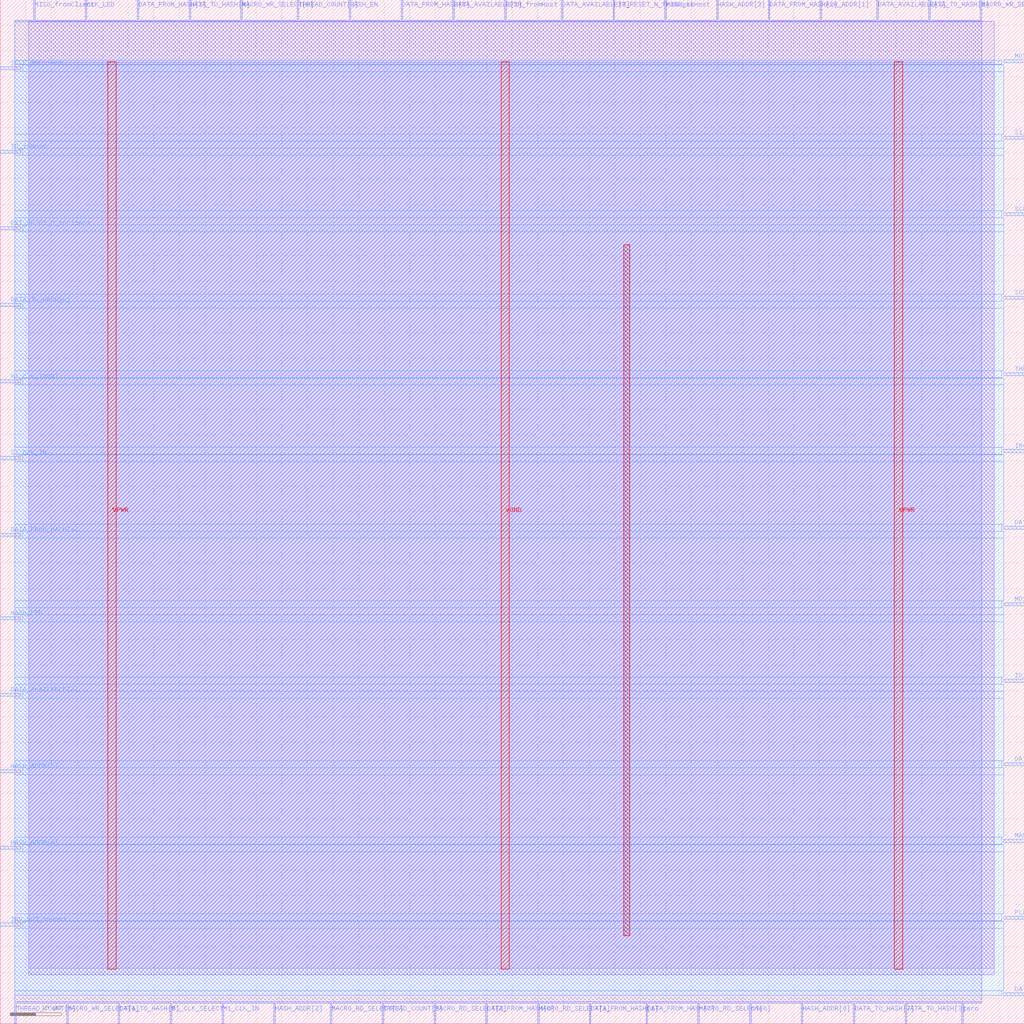
<source format=lef>
VERSION 5.7 ;
  NOWIREEXTENSIONATPIN ON ;
  DIVIDERCHAR "/" ;
  BUSBITCHARS "[]" ;
MACRO decred_controller
  CLASS BLOCK ;
  FOREIGN decred_controller ;
  ORIGIN 0.000 0.000 ;
  SIZE 200.000 BY 200.000 ;
  PIN CLK_LED
    DIRECTION OUTPUT TRISTATE ;
    USE SIGNAL ;
    PORT
      LAYER met2 ;
        RECT 16.650 196.000 16.930 200.000 ;
    END
  END CLK_LED
  PIN DATA_AVAILABLE[0]
    DIRECTION INPUT ;
    USE SIGNAL ;
    PORT
      LAYER met2 ;
        RECT 109.570 196.000 109.850 200.000 ;
    END
  END DATA_AVAILABLE[0]
  PIN DATA_AVAILABLE[1]
    DIRECTION INPUT ;
    USE SIGNAL ;
    PORT
      LAYER met2 ;
        RECT 88.410 196.000 88.690 200.000 ;
    END
  END DATA_AVAILABLE[1]
  PIN DATA_AVAILABLE[2]
    DIRECTION INPUT ;
    USE SIGNAL ;
    PORT
      LAYER met3 ;
        RECT 0.000 63.960 4.000 64.560 ;
    END
  END DATA_AVAILABLE[2]
  PIN DATA_AVAILABLE[3]
    DIRECTION INPUT ;
    USE SIGNAL ;
    PORT
      LAYER met2 ;
        RECT 171.210 196.000 171.490 200.000 ;
    END
  END DATA_AVAILABLE[3]
  PIN DATA_FROM_HASH[0]
    DIRECTION INPUT ;
    USE SIGNAL ;
    PORT
      LAYER met2 ;
        RECT 94.850 0.000 95.130 4.000 ;
    END
  END DATA_FROM_HASH[0]
  PIN DATA_FROM_HASH[1]
    DIRECTION INPUT ;
    USE SIGNAL ;
    PORT
      LAYER met2 ;
        RECT 115.090 0.000 115.370 4.000 ;
    END
  END DATA_FROM_HASH[1]
  PIN DATA_FROM_HASH[2]
    DIRECTION INPUT ;
    USE SIGNAL ;
    PORT
      LAYER met2 ;
        RECT 150.050 196.000 150.330 200.000 ;
    END
  END DATA_FROM_HASH[2]
  PIN DATA_FROM_HASH[3]
    DIRECTION INPUT ;
    USE SIGNAL ;
    PORT
      LAYER met2 ;
        RECT 26.770 196.000 27.050 200.000 ;
    END
  END DATA_FROM_HASH[3]
  PIN DATA_FROM_HASH[4]
    DIRECTION INPUT ;
    USE SIGNAL ;
    PORT
      LAYER met3 ;
        RECT 0.000 95.240 4.000 95.840 ;
    END
  END DATA_FROM_HASH[4]
  PIN DATA_FROM_HASH[5]
    DIRECTION INPUT ;
    USE SIGNAL ;
    PORT
      LAYER met3 ;
        RECT 196.000 50.360 200.000 50.960 ;
    END
  END DATA_FROM_HASH[5]
  PIN DATA_FROM_HASH[6]
    DIRECTION INPUT ;
    USE SIGNAL ;
    PORT
      LAYER met2 ;
        RECT 78.290 196.000 78.570 200.000 ;
    END
  END DATA_FROM_HASH[6]
  PIN DATA_FROM_HASH[7]
    DIRECTION INPUT ;
    USE SIGNAL ;
    PORT
      LAYER met2 ;
        RECT 126.130 0.000 126.410 4.000 ;
    END
  END DATA_FROM_HASH[7]
  PIN DATA_TO_HASH[0]
    DIRECTION OUTPUT TRISTATE ;
    USE SIGNAL ;
    PORT
      LAYER met3 ;
        RECT 0.000 140.120 4.000 140.720 ;
    END
  END DATA_TO_HASH[0]
  PIN DATA_TO_HASH[1]
    DIRECTION OUTPUT TRISTATE ;
    USE SIGNAL ;
    PORT
      LAYER met2 ;
        RECT 181.330 196.000 181.610 200.000 ;
    END
  END DATA_TO_HASH[1]
  PIN DATA_TO_HASH[2]
    DIRECTION OUTPUT TRISTATE ;
    USE SIGNAL ;
    PORT
      LAYER met2 ;
        RECT 23.090 0.000 23.370 4.000 ;
    END
  END DATA_TO_HASH[2]
  PIN DATA_TO_HASH[3]
    DIRECTION OUTPUT TRISTATE ;
    USE SIGNAL ;
    PORT
      LAYER met2 ;
        RECT 176.730 0.000 177.010 4.000 ;
    END
  END DATA_TO_HASH[3]
  PIN DATA_TO_HASH[4]
    DIRECTION OUTPUT TRISTATE ;
    USE SIGNAL ;
    PORT
      LAYER met2 ;
        RECT 36.890 196.000 37.170 200.000 ;
    END
  END DATA_TO_HASH[4]
  PIN DATA_TO_HASH[5]
    DIRECTION OUTPUT TRISTATE ;
    USE SIGNAL ;
    PORT
      LAYER met3 ;
        RECT 196.000 5.480 200.000 6.080 ;
    END
  END DATA_TO_HASH[5]
  PIN DATA_TO_HASH[6]
    DIRECTION OUTPUT TRISTATE ;
    USE SIGNAL ;
    PORT
      LAYER met3 ;
        RECT 196.000 96.600 200.000 97.200 ;
    END
  END DATA_TO_HASH[6]
  PIN DATA_TO_HASH[7]
    DIRECTION OUTPUT TRISTATE ;
    USE SIGNAL ;
    PORT
      LAYER met2 ;
        RECT 166.610 0.000 166.890 4.000 ;
    END
  END DATA_TO_HASH[7]
  PIN EXT_RESET_N_fromHost
    DIRECTION INPUT ;
    USE SIGNAL ;
    PORT
      LAYER met2 ;
        RECT 119.690 196.000 119.970 200.000 ;
    END
  END EXT_RESET_N_fromHost
  PIN EXT_RESET_N_toClient
    DIRECTION OUTPUT TRISTATE ;
    USE SIGNAL ;
    PORT
      LAYER met3 ;
        RECT 0.000 155.080 4.000 155.680 ;
    END
  END EXT_RESET_N_toClient
  PIN HASH_ADDR[0]
    DIRECTION OUTPUT TRISTATE ;
    USE SIGNAL ;
    PORT
      LAYER met2 ;
        RECT 156.490 0.000 156.770 4.000 ;
    END
  END HASH_ADDR[0]
  PIN HASH_ADDR[1]
    DIRECTION OUTPUT TRISTATE ;
    USE SIGNAL ;
    PORT
      LAYER met2 ;
        RECT 160.170 196.000 160.450 200.000 ;
    END
  END HASH_ADDR[1]
  PIN HASH_ADDR[2]
    DIRECTION OUTPUT TRISTATE ;
    USE SIGNAL ;
    PORT
      LAYER met2 ;
        RECT 53.450 0.000 53.730 4.000 ;
    END
  END HASH_ADDR[2]
  PIN HASH_ADDR[3]
    DIRECTION OUTPUT TRISTATE ;
    USE SIGNAL ;
    PORT
      LAYER met2 ;
        RECT 139.930 196.000 140.210 200.000 ;
    END
  END HASH_ADDR[3]
  PIN HASH_ADDR[4]
    DIRECTION OUTPUT TRISTATE ;
    USE SIGNAL ;
    PORT
      LAYER met3 ;
        RECT 0.000 34.040 4.000 34.640 ;
    END
  END HASH_ADDR[4]
  PIN HASH_ADDR[5]
    DIRECTION OUTPUT TRISTATE ;
    USE SIGNAL ;
    PORT
      LAYER met3 ;
        RECT 0.000 49.000 4.000 49.600 ;
    END
  END HASH_ADDR[5]
  PIN HASH_EN
    DIRECTION OUTPUT TRISTATE ;
    USE SIGNAL ;
    PORT
      LAYER met2 ;
        RECT 68.170 196.000 68.450 200.000 ;
    END
  END HASH_EN
  PIN HASH_LED
    DIRECTION OUTPUT TRISTATE ;
    USE SIGNAL ;
    PORT
      LAYER met3 ;
        RECT 0.000 78.920 4.000 79.520 ;
    END
  END HASH_LED
  PIN ID_fromClient
    DIRECTION INPUT ;
    USE SIGNAL ;
    PORT
      LAYER met3 ;
        RECT 196.000 66.680 200.000 67.280 ;
    END
  END ID_fromClient
  PIN ID_toHost
    DIRECTION OUTPUT TRISTATE ;
    USE SIGNAL ;
    PORT
      LAYER met3 ;
        RECT 0.000 170.040 4.000 170.640 ;
    END
  END ID_toHost
  PIN IRQ_OUT_fromClient
    DIRECTION INPUT ;
    USE SIGNAL ;
    PORT
      LAYER met3 ;
        RECT 196.000 111.560 200.000 112.160 ;
    END
  END IRQ_OUT_fromClient
  PIN IRQ_OUT_toHost
    DIRECTION OUTPUT TRISTATE ;
    USE SIGNAL ;
    PORT
      LAYER met3 ;
        RECT 0.000 19.080 4.000 19.680 ;
    END
  END IRQ_OUT_toHost
  PIN M1_CLK_IN
    DIRECTION INPUT ;
    USE SIGNAL ;
    PORT
      LAYER met2 ;
        RECT 43.330 0.000 43.610 4.000 ;
    END
  END M1_CLK_IN
  PIN M1_CLK_SELECT
    DIRECTION INPUT ;
    USE SIGNAL ;
    PORT
      LAYER met2 ;
        RECT 33.210 0.000 33.490 4.000 ;
    END
  END M1_CLK_SELECT
  PIN MACRO_RD_SELECT[0]
    DIRECTION OUTPUT TRISTATE ;
    USE SIGNAL ;
    PORT
      LAYER met2 ;
        RECT 136.250 0.000 136.530 4.000 ;
    END
  END MACRO_RD_SELECT[0]
  PIN MACRO_RD_SELECT[1]
    DIRECTION OUTPUT TRISTATE ;
    USE SIGNAL ;
    PORT
      LAYER met2 ;
        RECT 104.970 0.000 105.250 4.000 ;
    END
  END MACRO_RD_SELECT[1]
  PIN MACRO_RD_SELECT[2]
    DIRECTION OUTPUT TRISTATE ;
    USE SIGNAL ;
    PORT
      LAYER met2 ;
        RECT 84.730 0.000 85.010 4.000 ;
    END
  END MACRO_RD_SELECT[2]
  PIN MACRO_RD_SELECT[3]
    DIRECTION OUTPUT TRISTATE ;
    USE SIGNAL ;
    PORT
      LAYER met2 ;
        RECT 64.490 0.000 64.770 4.000 ;
    END
  END MACRO_RD_SELECT[3]
  PIN MACRO_WR_SELECT[0]
    DIRECTION OUTPUT TRISTATE ;
    USE SIGNAL ;
    PORT
      LAYER met2 ;
        RECT 47.010 196.000 47.290 200.000 ;
    END
  END MACRO_WR_SELECT[0]
  PIN MACRO_WR_SELECT[1]
    DIRECTION OUTPUT TRISTATE ;
    USE SIGNAL ;
    PORT
      LAYER met2 ;
        RECT 12.970 0.000 13.250 4.000 ;
    END
  END MACRO_WR_SELECT[1]
  PIN MACRO_WR_SELECT[2]
    DIRECTION OUTPUT TRISTATE ;
    USE SIGNAL ;
    PORT
      LAYER met2 ;
        RECT 191.450 196.000 191.730 200.000 ;
    END
  END MACRO_WR_SELECT[2]
  PIN MACRO_WR_SELECT[3]
    DIRECTION OUTPUT TRISTATE ;
    USE SIGNAL ;
    PORT
      LAYER met3 ;
        RECT 196.000 35.400 200.000 36.000 ;
    END
  END MACRO_WR_SELECT[3]
  PIN MISO_fromClient
    DIRECTION INPUT ;
    USE SIGNAL ;
    PORT
      LAYER met2 ;
        RECT 6.530 196.000 6.810 200.000 ;
    END
  END MISO_fromClient
  PIN MISO_toHost
    DIRECTION OUTPUT TRISTATE ;
    USE SIGNAL ;
    PORT
      LAYER met2 ;
        RECT 129.810 196.000 130.090 200.000 ;
    END
  END MISO_toHost
  PIN MOSI_fromHost
    DIRECTION INPUT ;
    USE SIGNAL ;
    PORT
      LAYER met3 ;
        RECT 196.000 187.720 200.000 188.320 ;
    END
  END MOSI_fromHost
  PIN MOSI_toClient
    DIRECTION OUTPUT TRISTATE ;
    USE SIGNAL ;
    PORT
      LAYER met3 ;
        RECT 196.000 81.640 200.000 82.240 ;
    END
  END MOSI_toClient
  PIN PLL_INPUT
    DIRECTION INPUT ;
    USE SIGNAL ;
    PORT
      LAYER met3 ;
        RECT 196.000 20.440 200.000 21.040 ;
    END
  END PLL_INPUT
  PIN S1_CLK_IN
    DIRECTION INPUT ;
    USE SIGNAL ;
    PORT
      LAYER met3 ;
        RECT 0.000 110.200 4.000 110.800 ;
    END
  END S1_CLK_IN
  PIN S1_CLK_SELECT
    DIRECTION INPUT ;
    USE SIGNAL ;
    PORT
      LAYER met3 ;
        RECT 196.000 172.760 200.000 173.360 ;
    END
  END S1_CLK_SELECT
  PIN SCLK_fromHost
    DIRECTION INPUT ;
    USE SIGNAL ;
    PORT
      LAYER met3 ;
        RECT 196.000 157.800 200.000 158.400 ;
    END
  END SCLK_fromHost
  PIN SCLK_toClient
    DIRECTION OUTPUT TRISTATE ;
    USE SIGNAL ;
    PORT
      LAYER met3 ;
        RECT 0.000 186.360 4.000 186.960 ;
    END
  END SCLK_toClient
  PIN SCSN_fromHost
    DIRECTION INPUT ;
    USE SIGNAL ;
    PORT
      LAYER met2 ;
        RECT 98.530 196.000 98.810 200.000 ;
    END
  END SCSN_fromHost
  PIN SCSN_toClient
    DIRECTION OUTPUT TRISTATE ;
    USE SIGNAL ;
    PORT
      LAYER met3 ;
        RECT 196.000 141.480 200.000 142.080 ;
    END
  END SCSN_toClient
  PIN THREAD_COUNT[0]
    DIRECTION INPUT ;
    USE SIGNAL ;
    PORT
      LAYER met2 ;
        RECT 2.850 0.000 3.130 4.000 ;
    END
  END THREAD_COUNT[0]
  PIN THREAD_COUNT[1]
    DIRECTION INPUT ;
    USE SIGNAL ;
    PORT
      LAYER met3 ;
        RECT 196.000 126.520 200.000 127.120 ;
    END
  END THREAD_COUNT[1]
  PIN THREAD_COUNT[2]
    DIRECTION INPUT ;
    USE SIGNAL ;
    PORT
      LAYER met2 ;
        RECT 74.610 0.000 74.890 4.000 ;
    END
  END THREAD_COUNT[2]
  PIN THREAD_COUNT[3]
    DIRECTION INPUT ;
    USE SIGNAL ;
    PORT
      LAYER met2 ;
        RECT 58.050 196.000 58.330 200.000 ;
    END
  END THREAD_COUNT[3]
  PIN m1_clk_local
    DIRECTION OUTPUT TRISTATE ;
    USE SIGNAL ;
    PORT
      LAYER met3 ;
        RECT 0.000 125.160 4.000 125.760 ;
    END
  END m1_clk_local
  PIN one
    DIRECTION OUTPUT TRISTATE ;
    USE SIGNAL ;
    PORT
      LAYER met2 ;
        RECT 146.370 0.000 146.650 4.000 ;
    END
  END one
  PIN zero
    DIRECTION OUTPUT TRISTATE ;
    USE SIGNAL ;
    PORT
      LAYER met2 ;
        RECT 187.770 0.000 188.050 4.000 ;
    END
  END zero
  PIN VPWR
    DIRECTION INOUT ;
    USE POWER ;
    PORT
      LAYER met4 ;
        RECT 174.640 10.640 176.240 187.920 ;
    END
  END VPWR
  PIN VPWR
    DIRECTION INOUT ;
    USE POWER ;
    PORT
      LAYER met4 ;
        RECT 21.040 10.640 22.640 187.920 ;
    END
  END VPWR
  PIN VGND
    DIRECTION INOUT ;
    USE GROUND ;
    PORT
      LAYER met4 ;
        RECT 97.840 10.640 99.440 187.920 ;
    END
  END VGND
  OBS
      LAYER li1 ;
        RECT 5.520 10.795 194.120 187.765 ;
      LAYER met1 ;
        RECT 5.520 9.560 194.120 195.800 ;
      LAYER met2 ;
        RECT 2.850 195.720 6.250 196.000 ;
        RECT 7.090 195.720 16.370 196.000 ;
        RECT 17.210 195.720 26.490 196.000 ;
        RECT 27.330 195.720 36.610 196.000 ;
        RECT 37.450 195.720 46.730 196.000 ;
        RECT 47.570 195.720 57.770 196.000 ;
        RECT 58.610 195.720 67.890 196.000 ;
        RECT 68.730 195.720 78.010 196.000 ;
        RECT 78.850 195.720 88.130 196.000 ;
        RECT 88.970 195.720 98.250 196.000 ;
        RECT 99.090 195.720 109.290 196.000 ;
        RECT 110.130 195.720 119.410 196.000 ;
        RECT 120.250 195.720 129.530 196.000 ;
        RECT 130.370 195.720 139.650 196.000 ;
        RECT 140.490 195.720 149.770 196.000 ;
        RECT 150.610 195.720 159.890 196.000 ;
        RECT 160.730 195.720 170.930 196.000 ;
        RECT 171.770 195.720 181.050 196.000 ;
        RECT 181.890 195.720 191.170 196.000 ;
        RECT 2.850 4.280 191.720 195.720 ;
        RECT 3.410 4.000 12.690 4.280 ;
        RECT 13.530 4.000 22.810 4.280 ;
        RECT 23.650 4.000 32.930 4.280 ;
        RECT 33.770 4.000 43.050 4.280 ;
        RECT 43.890 4.000 53.170 4.280 ;
        RECT 54.010 4.000 64.210 4.280 ;
        RECT 65.050 4.000 74.330 4.280 ;
        RECT 75.170 4.000 84.450 4.280 ;
        RECT 85.290 4.000 94.570 4.280 ;
        RECT 95.410 4.000 104.690 4.280 ;
        RECT 105.530 4.000 114.810 4.280 ;
        RECT 115.650 4.000 125.850 4.280 ;
        RECT 126.690 4.000 135.970 4.280 ;
        RECT 136.810 4.000 146.090 4.280 ;
        RECT 146.930 4.000 156.210 4.280 ;
        RECT 157.050 4.000 166.330 4.280 ;
        RECT 167.170 4.000 176.450 4.280 ;
        RECT 177.290 4.000 187.490 4.280 ;
        RECT 188.330 4.000 191.720 4.280 ;
      LAYER met3 ;
        RECT 2.825 187.360 195.600 188.185 ;
        RECT 4.400 187.320 195.600 187.360 ;
        RECT 4.400 185.960 196.000 187.320 ;
        RECT 2.825 173.760 196.000 185.960 ;
        RECT 2.825 172.360 195.600 173.760 ;
        RECT 2.825 171.040 196.000 172.360 ;
        RECT 4.400 169.640 196.000 171.040 ;
        RECT 2.825 158.800 196.000 169.640 ;
        RECT 2.825 157.400 195.600 158.800 ;
        RECT 2.825 156.080 196.000 157.400 ;
        RECT 4.400 154.680 196.000 156.080 ;
        RECT 2.825 142.480 196.000 154.680 ;
        RECT 2.825 141.120 195.600 142.480 ;
        RECT 4.400 141.080 195.600 141.120 ;
        RECT 4.400 139.720 196.000 141.080 ;
        RECT 2.825 127.520 196.000 139.720 ;
        RECT 2.825 126.160 195.600 127.520 ;
        RECT 4.400 126.120 195.600 126.160 ;
        RECT 4.400 124.760 196.000 126.120 ;
        RECT 2.825 112.560 196.000 124.760 ;
        RECT 2.825 111.200 195.600 112.560 ;
        RECT 4.400 111.160 195.600 111.200 ;
        RECT 4.400 109.800 196.000 111.160 ;
        RECT 2.825 97.600 196.000 109.800 ;
        RECT 2.825 96.240 195.600 97.600 ;
        RECT 4.400 96.200 195.600 96.240 ;
        RECT 4.400 94.840 196.000 96.200 ;
        RECT 2.825 82.640 196.000 94.840 ;
        RECT 2.825 81.240 195.600 82.640 ;
        RECT 2.825 79.920 196.000 81.240 ;
        RECT 4.400 78.520 196.000 79.920 ;
        RECT 2.825 67.680 196.000 78.520 ;
        RECT 2.825 66.280 195.600 67.680 ;
        RECT 2.825 64.960 196.000 66.280 ;
        RECT 4.400 63.560 196.000 64.960 ;
        RECT 2.825 51.360 196.000 63.560 ;
        RECT 2.825 50.000 195.600 51.360 ;
        RECT 4.400 49.960 195.600 50.000 ;
        RECT 4.400 48.600 196.000 49.960 ;
        RECT 2.825 36.400 196.000 48.600 ;
        RECT 2.825 35.040 195.600 36.400 ;
        RECT 4.400 35.000 195.600 35.040 ;
        RECT 4.400 33.640 196.000 35.000 ;
        RECT 2.825 21.440 196.000 33.640 ;
        RECT 2.825 20.080 195.600 21.440 ;
        RECT 4.400 20.040 195.600 20.080 ;
        RECT 4.400 18.680 196.000 20.040 ;
        RECT 2.825 6.480 196.000 18.680 ;
        RECT 2.825 5.615 195.600 6.480 ;
      LAYER met4 ;
        RECT 121.735 17.175 122.985 152.145 ;
  END
END decred_controller
END LIBRARY


</source>
